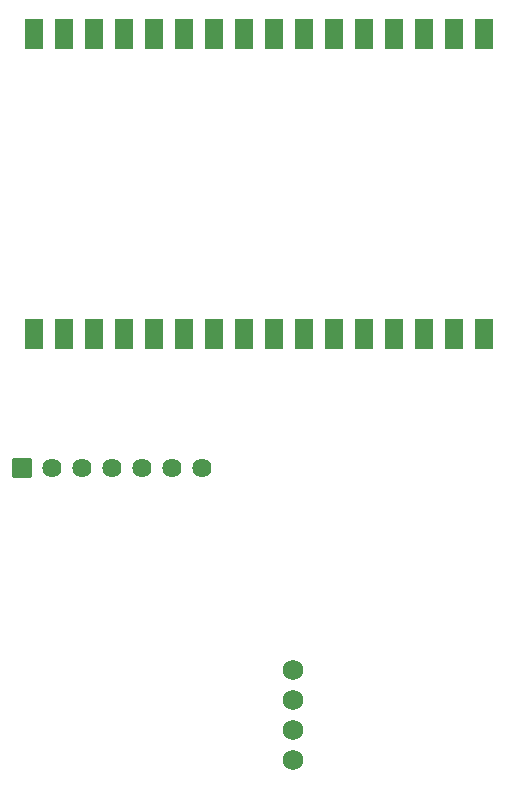
<source format=gts>
G04 Layer: TopSolderMaskLayer*
G04 EasyEDA v6.5.50, 2025-05-30 20:44:05*
G04 89249954dcc5414fb4ee1276e004d1e2,618cf9a269824c858c8e39f74ea16190,10*
G04 Gerber Generator version 0.2*
G04 Scale: 100 percent, Rotated: No, Reflected: No *
G04 Dimensions in millimeters *
G04 leading zeros omitted , absolute positions ,4 integer and 5 decimal *
%FSLAX45Y45*%
%MOMM*%

%AMMACRO1*4,1,8,-0.771,-1.3007,-0.8007,-1.2708,-0.8007,1.271,-0.771,1.3007,0.7708,1.3007,0.8007,1.271,0.8007,-1.2708,0.7708,-1.3007,-0.771,-1.3007,0*%
%AMMACRO2*4,1,8,-0.7711,-1.3007,-0.8009,-1.2708,-0.8009,1.271,-0.7711,1.3007,0.7709,1.3007,0.8009,1.271,0.8009,-1.2708,0.7709,-1.3007,-0.7711,-1.3007,0*%
%AMMACRO3*4,1,8,-0.7831,-0.8128,-0.8128,-0.7828,-0.8128,0.7831,-0.7831,0.8128,0.7828,0.8128,0.8128,0.7831,0.8128,-0.7828,0.7828,-0.8128,-0.7831,-0.8128,0*%
%ADD10C,1.7272*%
%ADD11MACRO1*%
%ADD12MACRO2*%
%ADD13MACRO3*%
%ADD14C,1.6256*%
%ADD15C,0.0165*%

%LPD*%
D10*
G01*
X3835400Y2755900D03*
G01*
X3835400Y3009900D03*
G01*
X3835400Y3263900D03*
G01*
X3835400Y3517900D03*
D11*
G01*
X1638312Y8900693D03*
G01*
X1892312Y8900693D03*
D12*
G01*
X2146300Y8900693D03*
G01*
X2400300Y8900693D03*
G01*
X2654300Y8900693D03*
G01*
X2908300Y8900693D03*
G01*
X3162300Y8900693D03*
G01*
X3416300Y8900693D03*
G01*
X3670300Y8900693D03*
G01*
X3924300Y8900693D03*
G01*
X4178300Y8900693D03*
G01*
X4432300Y8900693D03*
G01*
X4686300Y8900693D03*
G01*
X4940300Y8900693D03*
G01*
X5194300Y8900693D03*
G01*
X5448300Y8900693D03*
G01*
X5448300Y6364706D03*
G01*
X5194300Y6364706D03*
G01*
X4940300Y6364706D03*
G01*
X4686300Y6364706D03*
G01*
X4432300Y6364706D03*
G01*
X4178300Y6364706D03*
G01*
X3924300Y6364706D03*
G01*
X3670300Y6364706D03*
G01*
X3416300Y6364706D03*
G01*
X3162300Y6364706D03*
G01*
X2908300Y6364706D03*
G01*
X2654300Y6364706D03*
G01*
X2400300Y6364706D03*
G01*
X2146300Y6364706D03*
D11*
G01*
X1892312Y6364706D03*
G01*
X1638312Y6364706D03*
D13*
G01*
X1536700Y5232400D03*
D14*
G01*
X1790700Y5232400D03*
G01*
X2044700Y5232400D03*
G01*
X2298700Y5232400D03*
G01*
X2552700Y5232400D03*
G01*
X2806700Y5232400D03*
G01*
X3060700Y5232400D03*
M02*

</source>
